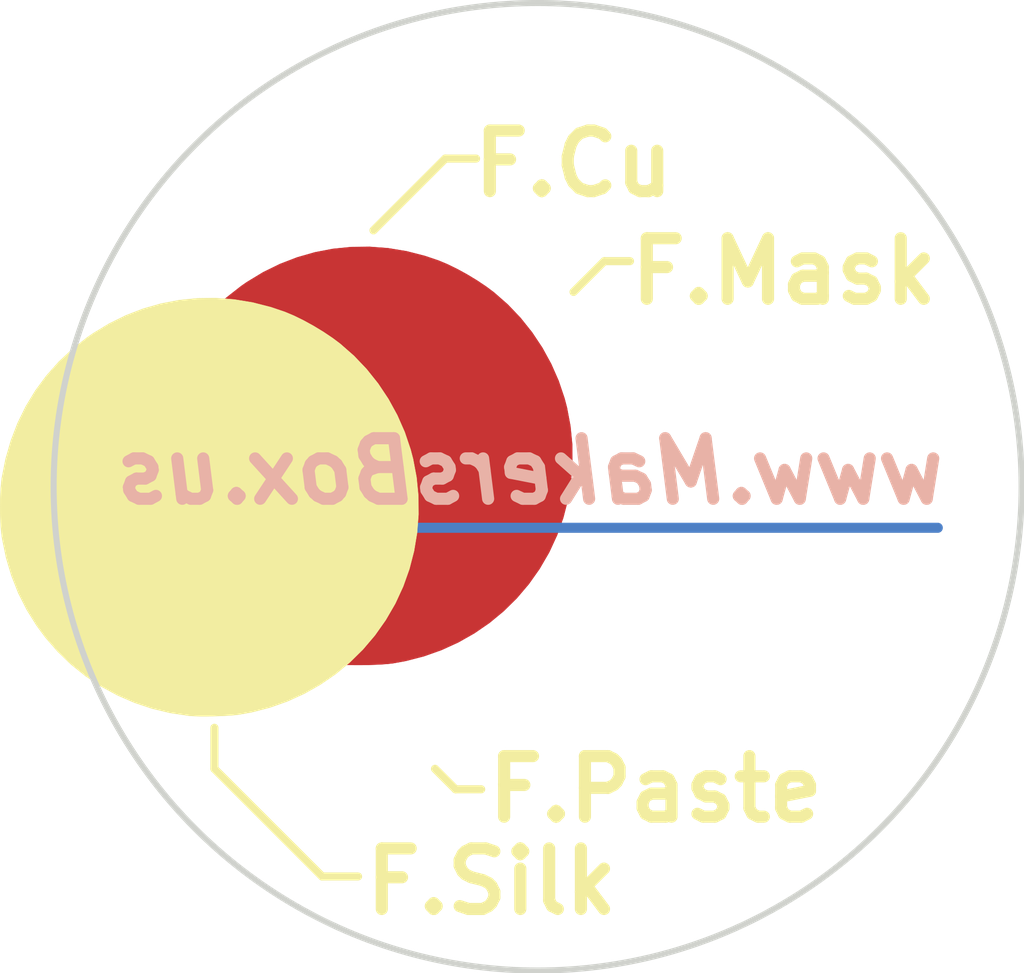
<source format=kicad_pcb>
(kicad_pcb (version 4) (host pcbnew 4.0.7)

  (general
    (links 0)
    (no_connects 0)
    (area 67.009023 97.925843 92.574157 122.038157)
    (thickness 1.6)
    (drawings 15)
    (tracks 2)
    (zones 0)
    (modules 4)
    (nets 1)
  )

  (page A4)
  (layers
    (0 F.Cu signal)
    (31 B.Cu signal)
    (32 B.Adhes user)
    (33 F.Adhes user)
    (34 B.Paste user)
    (35 F.Paste user)
    (36 B.SilkS user)
    (37 F.SilkS user)
    (38 B.Mask user)
    (39 F.Mask user)
    (40 Dwgs.User user)
    (41 Cmts.User user)
    (42 Eco1.User user)
    (43 Eco2.User user)
    (44 Edge.Cuts user)
    (45 Margin user)
    (46 B.CrtYd user)
    (47 F.CrtYd user)
    (48 B.Fab user)
    (49 F.Fab user)
  )

  (setup
    (last_trace_width 0.25)
    (trace_clearance 0.2)
    (zone_clearance 0.35)
    (zone_45_only no)
    (trace_min 0.2)
    (segment_width 0.2)
    (edge_width 0.15)
    (via_size 0.6)
    (via_drill 0.4)
    (via_min_size 0.4)
    (via_min_drill 0.3)
    (uvia_size 0.3)
    (uvia_drill 0.1)
    (uvias_allowed no)
    (uvia_min_size 0.2)
    (uvia_min_drill 0.1)
    (pcb_text_width 0.3)
    (pcb_text_size 1.5 1.5)
    (mod_edge_width 0.15)
    (mod_text_size 1 1)
    (mod_text_width 0.15)
    (pad_size 1.524 1.524)
    (pad_drill 0.762)
    (pad_to_mask_clearance 0.2)
    (aux_axis_origin 0 0)
    (visible_elements 7FFFFFFF)
    (pcbplotparams
      (layerselection 0x00030_80000001)
      (usegerberextensions false)
      (excludeedgelayer true)
      (linewidth 0.100000)
      (plotframeref false)
      (viasonmask false)
      (mode 1)
      (useauxorigin false)
      (hpglpennumber 1)
      (hpglpenspeed 20)
      (hpglpendiameter 15)
      (hpglpenoverlay 2)
      (psnegative false)
      (psa4output false)
      (plotreference true)
      (plotvalue true)
      (plotinvisibletext false)
      (padsonsilk false)
      (subtractmaskfromsilk false)
      (outputformat 1)
      (mirror false)
      (drillshape 1)
      (scaleselection 1)
      (outputdirectory ""))
  )

  (net 0 "")

  (net_class Default "This is the default net class."
    (clearance 0.2)
    (trace_width 0.25)
    (via_dia 0.6)
    (via_drill 0.4)
    (uvia_dia 0.3)
    (uvia_drill 0.1)
  )

  (module myFootPrints:circle_negative_FCu (layer F.Cu) (tedit 0) (tstamp 5AF8E51B)
    (at 76.2 109.22)
    (fp_text reference G*** (at 0 0) (layer F.SilkS) hide
      (effects (font (thickness 0.3)))
    )
    (fp_text value FCuNeg (at 0.75 0) (layer F.SilkS) hide
      (effects (font (thickness 0.3)))
    )
    (fp_poly (pts (xy 0.617216 -5.146295) (xy 1.074489 -5.070763) (xy 1.528803 -4.954299) (xy 1.87325 -4.837308)
      (xy 2.094535 -4.744368) (xy 2.333878 -4.626983) (xy 2.580277 -4.491494) (xy 2.822731 -4.344241)
      (xy 3.05024 -4.191565) (xy 3.238809 -4.050234) (xy 3.58044 -3.750709) (xy 3.894934 -3.420463)
      (xy 4.180077 -3.062995) (xy 4.433658 -2.681802) (xy 4.653463 -2.280382) (xy 4.837282 -1.86223)
      (xy 4.982901 -1.430846) (xy 5.044336 -1.195917) (xy 5.12981 -0.741866) (xy 5.174477 -0.28338)
      (xy 5.178744 0.176241) (xy 5.143021 0.633697) (xy 5.067717 1.085687) (xy 4.953239 1.52891)
      (xy 4.799997 1.960066) (xy 4.608399 2.375855) (xy 4.600093 2.391833) (xy 4.366354 2.794581)
      (xy 4.100121 3.17142) (xy 3.803463 3.520877) (xy 3.478452 3.841483) (xy 3.127161 4.131766)
      (xy 2.75166 4.390255) (xy 2.354021 4.615477) (xy 1.936316 4.805963) (xy 1.500617 4.96024)
      (xy 1.048994 5.076837) (xy 0.740833 5.132796) (xy 0.6206 5.14698) (xy 0.469129 5.158704)
      (xy 0.296995 5.167706) (xy 0.114769 5.173725) (xy -0.066973 5.1765) (xy -0.237659 5.175769)
      (xy -0.386715 5.171272) (xy -0.497417 5.163401) (xy -0.963151 5.094383) (xy -1.416235 4.985958)
      (xy -1.854521 4.839391) (xy -2.275866 4.65595) (xy -2.678122 4.436901) (xy -3.059145 4.183511)
      (xy -3.416788 3.897045) (xy -3.748906 3.578772) (xy -4.053354 3.229958) (xy -4.271739 2.93531)
      (xy -4.517496 2.541996) (xy -4.725502 2.130872) (xy -4.896175 1.700866) (xy -5.029933 1.250904)
      (xy -5.127196 0.779916) (xy -5.136785 0.719667) (xy -5.154418 0.569055) (xy -5.166828 0.387272)
      (xy -5.174014 0.185158) (xy -5.175976 -0.026448) (xy -5.172715 -0.236706) (xy -5.164231 -0.434779)
      (xy -5.150523 -0.609825) (xy -5.136785 -0.719667) (xy -5.04346 -1.19369) (xy -4.912807 -1.64908)
      (xy -4.745615 -2.084581) (xy -4.542673 -2.49894) (xy -4.304771 -2.890903) (xy -4.032697 -3.259217)
      (xy -3.727242 -3.602626) (xy -3.389195 -3.919878) (xy -3.019344 -4.209718) (xy -2.878667 -4.30704)
      (xy -2.478365 -4.549956) (xy -2.063103 -4.753941) (xy -1.63512 -4.918745) (xy -1.196656 -5.044117)
      (xy -0.74995 -5.129808) (xy -0.297243 -5.175568) (xy 0.159226 -5.181147) (xy 0.617216 -5.146295)) (layer F.Cu) (width 0.01))
  )

  (module myFootPrints:circle_negative_FMask (layer F.Cu) (tedit 0) (tstamp 5AF8EAA5)
    (at 80.01 110.49)
    (fp_text reference G*** (at 0 0) (layer F.SilkS) hide
      (effects (font (thickness 0.3)))
    )
    (fp_text value FMaskNeg (at 0.75 0) (layer F.SilkS) hide
      (effects (font (thickness 0.3)))
    )
    (fp_poly (pts (xy 0.617216 -5.146295) (xy 1.074489 -5.070763) (xy 1.528803 -4.954299) (xy 1.87325 -4.837308)
      (xy 2.094535 -4.744368) (xy 2.333878 -4.626983) (xy 2.580277 -4.491494) (xy 2.822731 -4.344241)
      (xy 3.05024 -4.191565) (xy 3.238809 -4.050234) (xy 3.58044 -3.750709) (xy 3.894934 -3.420463)
      (xy 4.180077 -3.062995) (xy 4.433658 -2.681802) (xy 4.653463 -2.280382) (xy 4.837282 -1.86223)
      (xy 4.982901 -1.430846) (xy 5.044336 -1.195917) (xy 5.12981 -0.741866) (xy 5.174477 -0.28338)
      (xy 5.178744 0.176241) (xy 5.143021 0.633697) (xy 5.067717 1.085687) (xy 4.953239 1.52891)
      (xy 4.799997 1.960066) (xy 4.608399 2.375855) (xy 4.600093 2.391833) (xy 4.366354 2.794581)
      (xy 4.100121 3.17142) (xy 3.803463 3.520877) (xy 3.478452 3.841483) (xy 3.127161 4.131766)
      (xy 2.75166 4.390255) (xy 2.354021 4.615477) (xy 1.936316 4.805963) (xy 1.500617 4.96024)
      (xy 1.048994 5.076837) (xy 0.740833 5.132796) (xy 0.6206 5.14698) (xy 0.469129 5.158704)
      (xy 0.296995 5.167706) (xy 0.114769 5.173725) (xy -0.066973 5.1765) (xy -0.237659 5.175769)
      (xy -0.386715 5.171272) (xy -0.497417 5.163401) (xy -0.963151 5.094383) (xy -1.416235 4.985958)
      (xy -1.854521 4.839391) (xy -2.275866 4.65595) (xy -2.678122 4.436901) (xy -3.059145 4.183511)
      (xy -3.416788 3.897045) (xy -3.748906 3.578772) (xy -4.053354 3.229958) (xy -4.271739 2.93531)
      (xy -4.517496 2.541996) (xy -4.725502 2.130872) (xy -4.896175 1.700866) (xy -5.029933 1.250904)
      (xy -5.127196 0.779916) (xy -5.136785 0.719667) (xy -5.154418 0.569055) (xy -5.166828 0.387272)
      (xy -5.174014 0.185158) (xy -5.175976 -0.026448) (xy -5.172715 -0.236706) (xy -5.164231 -0.434779)
      (xy -5.150523 -0.609825) (xy -5.136785 -0.719667) (xy -5.04346 -1.19369) (xy -4.912807 -1.64908)
      (xy -4.745615 -2.084581) (xy -4.542673 -2.49894) (xy -4.304771 -2.890903) (xy -4.032697 -3.259217)
      (xy -3.727242 -3.602626) (xy -3.389195 -3.919878) (xy -3.019344 -4.209718) (xy -2.878667 -4.30704)
      (xy -2.478365 -4.549956) (xy -2.063103 -4.753941) (xy -1.63512 -4.918745) (xy -1.196656 -5.044117)
      (xy -0.74995 -5.129808) (xy -0.297243 -5.175568) (xy 0.159226 -5.181147) (xy 0.617216 -5.146295)) (layer F.Mask) (width 0.01))
  )

  (module myFootPrints:circle_negative_FPaste (layer F.Cu) (tedit 0) (tstamp 5AF8F02F)
    (at 76.2 111.76)
    (fp_text reference G*** (at 0 0) (layer F.SilkS) hide
      (effects (font (thickness 0.3)))
    )
    (fp_text value FPasteNeg (at 0.75 0) (layer F.SilkS) hide
      (effects (font (thickness 0.3)))
    )
    (fp_poly (pts (xy 0.617216 -5.146295) (xy 1.074489 -5.070763) (xy 1.528803 -4.954299) (xy 1.87325 -4.837308)
      (xy 2.094535 -4.744368) (xy 2.333878 -4.626983) (xy 2.580277 -4.491494) (xy 2.822731 -4.344241)
      (xy 3.05024 -4.191565) (xy 3.238809 -4.050234) (xy 3.58044 -3.750709) (xy 3.894934 -3.420463)
      (xy 4.180077 -3.062995) (xy 4.433658 -2.681802) (xy 4.653463 -2.280382) (xy 4.837282 -1.86223)
      (xy 4.982901 -1.430846) (xy 5.044336 -1.195917) (xy 5.12981 -0.741866) (xy 5.174477 -0.28338)
      (xy 5.178744 0.176241) (xy 5.143021 0.633697) (xy 5.067717 1.085687) (xy 4.953239 1.52891)
      (xy 4.799997 1.960066) (xy 4.608399 2.375855) (xy 4.600093 2.391833) (xy 4.366354 2.794581)
      (xy 4.100121 3.17142) (xy 3.803463 3.520877) (xy 3.478452 3.841483) (xy 3.127161 4.131766)
      (xy 2.75166 4.390255) (xy 2.354021 4.615477) (xy 1.936316 4.805963) (xy 1.500617 4.96024)
      (xy 1.048994 5.076837) (xy 0.740833 5.132796) (xy 0.6206 5.14698) (xy 0.469129 5.158704)
      (xy 0.296995 5.167706) (xy 0.114769 5.173725) (xy -0.066973 5.1765) (xy -0.237659 5.175769)
      (xy -0.386715 5.171272) (xy -0.497417 5.163401) (xy -0.963151 5.094383) (xy -1.416235 4.985958)
      (xy -1.854521 4.839391) (xy -2.275866 4.65595) (xy -2.678122 4.436901) (xy -3.059145 4.183511)
      (xy -3.416788 3.897045) (xy -3.748906 3.578772) (xy -4.053354 3.229958) (xy -4.271739 2.93531)
      (xy -4.517496 2.541996) (xy -4.725502 2.130872) (xy -4.896175 1.700866) (xy -5.029933 1.250904)
      (xy -5.127196 0.779916) (xy -5.136785 0.719667) (xy -5.154418 0.569055) (xy -5.166828 0.387272)
      (xy -5.174014 0.185158) (xy -5.175976 -0.026448) (xy -5.172715 -0.236706) (xy -5.164231 -0.434779)
      (xy -5.150523 -0.609825) (xy -5.136785 -0.719667) (xy -5.04346 -1.19369) (xy -4.912807 -1.64908)
      (xy -4.745615 -2.084581) (xy -4.542673 -2.49894) (xy -4.304771 -2.890903) (xy -4.032697 -3.259217)
      (xy -3.727242 -3.602626) (xy -3.389195 -3.919878) (xy -3.019344 -4.209718) (xy -2.878667 -4.30704)
      (xy -2.478365 -4.549956) (xy -2.063103 -4.753941) (xy -1.63512 -4.918745) (xy -1.196656 -5.044117)
      (xy -0.74995 -5.129808) (xy -0.297243 -5.175568) (xy 0.159226 -5.181147) (xy 0.617216 -5.146295)) (layer F.Paste) (width 0.01))
  )

  (module myFootPrints:circle_negative_FSilk (layer F.Cu) (tedit 0) (tstamp 5AF900E3)
    (at 72.39 110.49)
    (fp_text reference G*** (at 0 0) (layer F.SilkS) hide
      (effects (font (thickness 0.3)))
    )
    (fp_text value LOGO (at 0.75 0) (layer F.SilkS) hide
      (effects (font (thickness 0.3)))
    )
    (fp_poly (pts (xy 0.617216 -5.146295) (xy 1.074489 -5.070763) (xy 1.528803 -4.954299) (xy 1.87325 -4.837308)
      (xy 2.094535 -4.744368) (xy 2.333878 -4.626983) (xy 2.580277 -4.491494) (xy 2.822731 -4.344241)
      (xy 3.05024 -4.191565) (xy 3.238809 -4.050234) (xy 3.58044 -3.750709) (xy 3.894934 -3.420463)
      (xy 4.180077 -3.062995) (xy 4.433658 -2.681802) (xy 4.653463 -2.280382) (xy 4.837282 -1.86223)
      (xy 4.982901 -1.430846) (xy 5.044336 -1.195917) (xy 5.12981 -0.741866) (xy 5.174477 -0.28338)
      (xy 5.178744 0.176241) (xy 5.143021 0.633697) (xy 5.067717 1.085687) (xy 4.953239 1.52891)
      (xy 4.799997 1.960066) (xy 4.608399 2.375855) (xy 4.600093 2.391833) (xy 4.366354 2.794581)
      (xy 4.100121 3.17142) (xy 3.803463 3.520877) (xy 3.478452 3.841483) (xy 3.127161 4.131766)
      (xy 2.75166 4.390255) (xy 2.354021 4.615477) (xy 1.936316 4.805963) (xy 1.500617 4.96024)
      (xy 1.048994 5.076837) (xy 0.740833 5.132796) (xy 0.6206 5.14698) (xy 0.469129 5.158704)
      (xy 0.296995 5.167706) (xy 0.114769 5.173725) (xy -0.066973 5.1765) (xy -0.237659 5.175769)
      (xy -0.386715 5.171272) (xy -0.497417 5.163401) (xy -0.963151 5.094383) (xy -1.416235 4.985958)
      (xy -1.854521 4.839391) (xy -2.275866 4.65595) (xy -2.678122 4.436901) (xy -3.059145 4.183511)
      (xy -3.416788 3.897045) (xy -3.748906 3.578772) (xy -4.053354 3.229958) (xy -4.271739 2.93531)
      (xy -4.517496 2.541996) (xy -4.725502 2.130872) (xy -4.896175 1.700866) (xy -5.029933 1.250904)
      (xy -5.127196 0.779916) (xy -5.136785 0.719667) (xy -5.154418 0.569055) (xy -5.166828 0.387272)
      (xy -5.174014 0.185158) (xy -5.175976 -0.026448) (xy -5.172715 -0.236706) (xy -5.164231 -0.434779)
      (xy -5.150523 -0.609825) (xy -5.136785 -0.719667) (xy -5.04346 -1.19369) (xy -4.912807 -1.64908)
      (xy -4.745615 -2.084581) (xy -4.542673 -2.49894) (xy -4.304771 -2.890903) (xy -4.032697 -3.259217)
      (xy -3.727242 -3.602626) (xy -3.389195 -3.919878) (xy -3.019344 -4.209718) (xy -2.878667 -4.30704)
      (xy -2.478365 -4.549956) (xy -2.063103 -4.753941) (xy -1.63512 -4.918745) (xy -1.196656 -5.044117)
      (xy -0.74995 -5.129808) (xy -0.297243 -5.175568) (xy 0.159226 -5.181147) (xy 0.617216 -5.146295)) (layer F.SilkS) (width 0.01))
  )

  (gr_text www.MakersBox.us (at 80.391 109.601) (layer B.SilkS)
    (effects (font (size 1.5 1.5) (thickness 0.3) italic) (justify mirror))
  )
  (gr_line (start 72.517 116.967) (end 72.517 115.951) (angle 90) (layer F.SilkS) (width 0.2))
  (gr_line (start 75.184 119.634) (end 72.517 116.967) (angle 90) (layer F.SilkS) (width 0.2))
  (gr_line (start 76.073 119.634) (end 75.184 119.634) (angle 90) (layer F.SilkS) (width 0.2))
  (gr_line (start 78.486 117.475) (end 79.121 117.475) (angle 90) (layer F.SilkS) (width 0.2))
  (gr_line (start 77.978 116.967) (end 78.486 117.475) (angle 90) (layer F.SilkS) (width 0.2))
  (gr_text F.Silk (at 79.375 119.761) (layer F.SilkS)
    (effects (font (size 1.5 1.5) (thickness 0.3)))
  )
  (gr_text F.Paste (at 83.439 117.475) (layer F.SilkS)
    (effects (font (size 1.5 1.5) (thickness 0.3)))
  )
  (gr_line (start 78.232 101.854) (end 78.994 101.854) (angle 90) (layer F.SilkS) (width 0.2))
  (gr_line (start 76.454 103.632) (end 78.232 101.854) (angle 90) (layer F.SilkS) (width 0.2))
  (gr_line (start 82.169 104.394) (end 82.804 104.394) (angle 90) (layer F.SilkS) (width 0.2))
  (gr_line (start 81.407 105.156) (end 82.169 104.394) (angle 90) (layer F.SilkS) (width 0.2))
  (gr_text F.Mask (at 86.614 104.648) (layer F.SilkS)
    (effects (font (size 1.5 1.5) (thickness 0.3)))
  )
  (gr_text F.Cu (at 81.407 101.981) (layer F.SilkS)
    (effects (font (size 1.5 1.5) (thickness 0.3)))
  )
  (gr_circle (center 80.518 109.982) (end 74.168 99.822) (layer Edge.Cuts) (width 0.15))

  (segment (start 90.424 110.998) (end 70.358 110.998) (width 0.25) (layer B.Cu) (net 0))
  (segment (start 70.358 110.998) (end 69.85 111.506) (width 0.25) (layer B.Cu) (net 0) (tstamp 5AF90B03))

)

</source>
